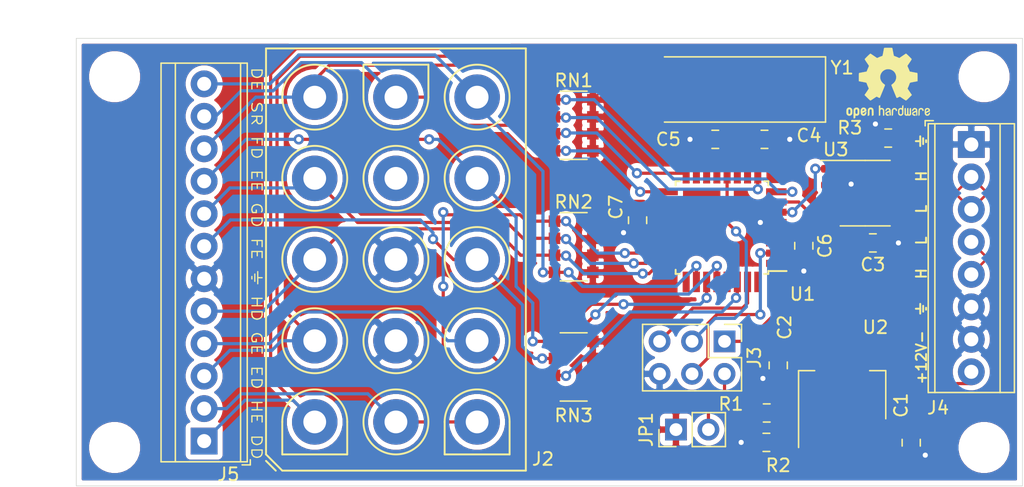
<source format=kicad_pcb>
(kicad_pcb (version 20171130) (host pcbnew 5.1.7+dfsg1-1)
  (title_block (title "Matemat Switch Feedback Interface") (date 2020-09-05) (rev 2) (company "CCC Basel"))
  (layers (0 F.Cu signal) (31 B.Cu signal) (34 B.Paste user) (35 F.Paste user) (36 B.SilkS user) (37 F.SilkS user) (38 B.Mask user) (39 F.Mask user) (44 Edge.Cuts user))
  (net 0 "")
  (net 1 GND)
  (net 2 +12V)
  (net 3 +5V)
  (net 4 "Net-(C4-Pad2)")
  (net 5 "Net-(C5-Pad2)")
  (net 6 /RESET)
  (net 7 "Net-(J3-Pad2)")
  (net 8 /CAN_P)
  (net 9 "Net-(R1-Pad2)")
  (net 10 "Net-(R3-Pad1)")
  (net 11 /D_EMPTY)
  (net 12 /SW_RESET)
  (net 13 /F_END)
  (net 14 /E_EMPTY)
  (net 15 /G_END)
  (net 16 /F_EMPTY)
  (net 17 /H_END)
  (net 18 /G_EMPTY)
  (net 19 /E_END)
  (net 20 /H_EMPTY)
  (net 21 /D_END)
  (net 22 /MOSI)
  (net 23 /SCK)
  (net 24 /MISO)
  (net 25 /RXCAN)
  (net 26 /TXCAN)
  (net 27 /CAN_N)
  (module TerminalBlock_TE-Connectivity:TerminalBlock_TE_282834-8_1x08_P2.54mm_Horizontal (layer F.Cu) (at 171 78.3 270)
    (fp_text reference J4 (at 20.6 2.6 180) (layer F.SilkS))
    (fp_text value Conn_01x08)
    (pad 1 thru_hole rect (at 0 0 270) (size 2.1 2.1) (drill 1.1) (layers *.Cu *.Mask) (net 1 GND))
    (pad 2 thru_hole circle (at 2.54 0 270) (size 2.1 2.1) (drill 1.1) (layers *.Cu *.Mask) (net 8 /CAN_P))
    (pad 3 thru_hole circle (at 5.08 0 270) (size 2.1 2.1) (drill 1.1) (layers *.Cu *.Mask) (net 27 /CAN_N))
    (pad 4 thru_hole circle (at 7.62 0 270) (size 2.1 2.1) (drill 1.1) (layers *.Cu *.Mask) (net 27 /CAN_N))
    (pad 5 thru_hole circle (at 10.16 0 270) (size 2.1 2.1) (drill 1.1) (layers *.Cu *.Mask) (net 8 /CAN_P))
    (pad 6 thru_hole circle (at 12.7 0 270) (size 2.1 2.1) (drill 1.1) (layers *.Cu *.Mask) (net 1 GND))
    (pad 7 thru_hole circle (at 15.24 0 270) (size 2.1 2.1) (drill 1.1) (layers *.Cu *.Mask) (net 1 GND))
    (pad 8 thru_hole circle (at 17.78 0 270) (size 2.1 2.1) (drill 1.1) (layers *.Cu *.Mask) (net 2 +12V))
  )
  (module onitake:Molex_MLX-42002_10-84-4150_3x5-Pin_P6.35mm_Vertical (layer F.Cu) (at 126 100)
    (fp_text reference J2 (at 11.5 2.9) (layer F.SilkS))
    (fp_text value C)
    (pad 15 thru_hole circle (at 6.35 -25.4) (size 3.56 3.56) (drill 1.78) (layers *.Cu *.Mask) (net 11 /D_EMPTY))
    (pad 14 thru_hole circle (at 0 -25.4) (size 3.56 3.56) (drill 1.78) (layers *.Cu *.Mask) (net 12 /SW_RESET))
    (pad 13 thru_hole circle (at -6.35 -25.4) (size 3.56 3.56) (drill 1.78) (layers *.Cu *.Mask) (net 13 /F_END))
    (pad 12 thru_hole circle (at 6.35 -19.05) (size 3.56 3.56) (drill 1.78) (layers *.Cu *.Mask) (net 14 /E_EMPTY))
    (pad 11 thru_hole circle (at 0 -19.05) (size 3.56 3.56) (drill 1.78) (layers *.Cu *.Mask))
    (pad 10 thru_hole circle (at -6.35 -19.05) (size 3.56 3.56) (drill 1.78) (layers *.Cu *.Mask) (net 15 /G_END))
    (pad 9 thru_hole circle (at 6.35 -12.7) (size 3.56 3.56) (drill 1.78) (layers *.Cu *.Mask) (net 16 /F_EMPTY))
    (pad 8 thru_hole circle (at 0 -12.7) (size 3.56 3.56) (drill 1.78) (layers *.Cu *.Mask) (net 1 GND))
    (pad 7 thru_hole circle (at -6.35 -12.7) (size 3.56 3.56) (drill 1.78) (layers *.Cu *.Mask) (net 17 /H_END))
    (pad 6 thru_hole circle (at 6.35 -6.35) (size 3.56 3.56) (drill 1.78) (layers *.Cu *.Mask) (net 18 /G_EMPTY))
    (pad 5 thru_hole circle (at 0 -6.35) (size 3.56 3.56) (drill 1.78) (layers *.Cu *.Mask) (net 1 GND))
    (pad 4 thru_hole circle (at -6.35 -6.35) (size 3.56 3.56) (drill 1.78) (layers *.Cu *.Mask) (net 19 /E_END))
    (pad 3 thru_hole circle (at 6.35 0) (size 3.56 3.56) (drill 1.78) (layers *.Cu *.Mask) (net 20 /H_EMPTY))
    (pad 2 thru_hole circle (at 0 0) (size 3.56 3.56) (drill 1.78) (layers *.Cu *.Mask) (net 20 /H_EMPTY))
    (pad 1 thru_hole circle (at -6.35 0) (size 3.56 3.56) (drill 1.78) (layers *.Cu *.Mask) (net 21 /D_END))
  )
  (module Symbol:OSHW-Logo2_7.3x6mm_SilkScreen (layer F.Cu) (at 164.5 73.5)
    (fp_text reference OHW1 hide)
    (fp_text value Logo_Open_Hardware_Small hide)
  )
  (module TerminalBlock_TE-Connectivity:TerminalBlock_TE_1-282834-2_1x12_P2.54mm_Horizontal (layer F.Cu) (at 111 101.5 90)
    (fp_text reference J5 (at -2.6 1.9 180) (layer F.SilkS))
    (fp_text value USW)
    (pad 12 thru_hole circle (at 27.94 0 90) (size 2.1 2.1) (drill 1.1) (layers *.Cu *.Mask) (net 11 /D_EMPTY))
    (pad 11 thru_hole circle (at 25.4 0 90) (size 2.1 2.1) (drill 1.1) (layers *.Cu *.Mask) (net 12 /SW_RESET))
    (pad 10 thru_hole circle (at 22.86 0 90) (size 2.1 2.1) (drill 1.1) (layers *.Cu *.Mask) (net 13 /F_END))
    (pad 9 thru_hole circle (at 20.32 0 90) (size 2.1 2.1) (drill 1.1) (layers *.Cu *.Mask) (net 14 /E_EMPTY))
    (pad 8 thru_hole circle (at 17.78 0 90) (size 2.1 2.1) (drill 1.1) (layers *.Cu *.Mask) (net 15 /G_END))
    (pad 7 thru_hole circle (at 15.24 0 90) (size 2.1 2.1) (drill 1.1) (layers *.Cu *.Mask) (net 16 /F_EMPTY))
    (pad 6 thru_hole circle (at 12.7 0 90) (size 2.1 2.1) (drill 1.1) (layers *.Cu *.Mask) (net 1 GND))
    (pad 5 thru_hole circle (at 10.16 0 90) (size 2.1 2.1) (drill 1.1) (layers *.Cu *.Mask) (net 17 /H_END))
    (pad 4 thru_hole circle (at 7.62 0 90) (size 2.1 2.1) (drill 1.1) (layers *.Cu *.Mask) (net 18 /G_EMPTY))
    (pad 3 thru_hole circle (at 5.08 0 90) (size 2.1 2.1) (drill 1.1) (layers *.Cu *.Mask) (net 19 /E_END))
    (pad 2 thru_hole circle (at 2.54 0 90) (size 2.1 2.1) (drill 1.1) (layers *.Cu *.Mask) (net 20 /H_EMPTY))
    (pad 1 thru_hole rect (at 0 0 90) (size 2.1 2.1) (drill 1.1) (layers *.Cu *.Mask) (net 21 /D_END))
  )
  (module Package_SO:SOIC-8_3.9x4.9mm_P1.27mm (layer F.Cu) (at 162.7 82.11)
    (fp_text reference U3 (at -2.3 -3.41) (layer F.SilkS))
    (fp_text value MCP2551-I-SN)
    (pad 8 smd roundrect (at 2.475 -1.905) (size 1.95 0.6) (layers F.Cu F.Paste F.Mask) (net 10 "Net-(R3-Pad1)"))
    (pad 7 smd roundrect (at 2.475 -0.635) (size 1.95 0.6) (layers F.Cu F.Paste F.Mask) (net 8 /CAN_P))
    (pad 6 smd roundrect (at 2.475 0.635) (size 1.95 0.6) (layers F.Cu F.Paste F.Mask) (net 27 /CAN_N))
    (pad 5 smd roundrect (at 2.475 1.905) (size 1.95 0.6) (layers F.Cu F.Paste F.Mask))
    (pad 4 smd roundrect (at -2.475 1.905) (size 1.95 0.6) (layers F.Cu F.Paste F.Mask) (net 25 /RXCAN))
    (pad 3 smd roundrect (at -2.475 0.635) (size 1.95 0.6) (layers F.Cu F.Paste F.Mask) (net 3 +5V))
    (pad 2 smd roundrect (at -2.475 -0.635) (size 1.95 0.6) (layers F.Cu F.Paste F.Mask) (net 1 GND))
    (pad 1 smd roundrect (at -2.475 -1.905) (size 1.95 0.6) (layers F.Cu F.Paste F.Mask) (net 26 /TXCAN))
  )
  (module MountingHole:MountingHole_3.2mm_M3_ISO7380 (layer F.Cu) (at 172 102)
    (fp_text reference H4 hide)
    (fp_text value SE)
    (pad 1 np_thru_hole circle (at 0 0) (size 3.2 3.2) (drill 3.2) (layers *.Cu *.Mask))
  )
  (module MountingHole:MountingHole_3.2mm_M3_ISO7380 (layer F.Cu) (at 172 73)
    (fp_text reference H3 hide)
    (fp_text value NE)
    (pad 1 np_thru_hole circle (at 0 0) (size 3.2 3.2) (drill 3.2) (layers *.Cu *.Mask))
  )
  (module MountingHole:MountingHole_3.2mm_M3_ISO7380 (layer F.Cu) (at 104 102)
    (fp_text reference H2 hide)
    (fp_text value SW)
    (pad 1 np_thru_hole circle (at 0 0) (size 3.2 3.2) (drill 3.2) (layers *.Cu *.Mask))
  )
  (module MountingHole:MountingHole_3.2mm_M3_ISO7380 (layer F.Cu) (at 104 73)
    (fp_text reference H1 hide)
    (fp_text value NW)
    (pad 1 np_thru_hole circle (at 0 0) (size 3.2 3.2) (drill 3.2) (layers *.Cu *.Mask))
  )
  (module Resistor_SMD:R_Array_Convex_4x1206 (layer F.Cu) (at 139.9 95.7)
    (fp_text reference RN3 (at 0 3.8) (layer F.SilkS))
    (fp_text value 1k)
    (pad 6 smd rect (at 1.5 0.66) (size 0.9 0.9) (layers F.Cu F.Paste F.Mask) (net 3 +5V))
    (pad 5 smd rect (at 1.5 2) (size 0.9 0.9) (layers F.Cu F.Paste F.Mask) (net 3 +5V))
    (pad 8 smd rect (at 1.5 -2) (size 0.9 0.9) (layers F.Cu F.Paste F.Mask) (net 3 +5V))
    (pad 7 smd rect (at 1.5 -0.66) (size 0.9 0.9) (layers F.Cu F.Paste F.Mask) (net 3 +5V))
    (pad 3 smd rect (at -1.5 0.66) (size 0.9 0.9) (layers F.Cu F.Paste F.Mask) (net 18 /G_EMPTY))
    (pad 2 smd rect (at -1.5 -0.66) (size 0.9 0.9) (layers F.Cu F.Paste F.Mask) (net 16 /F_EMPTY))
    (pad 4 smd rect (at -1.5 2) (size 0.9 0.9) (layers F.Cu F.Paste F.Mask))
    (pad 1 smd rect (at -1.5 -2) (size 0.9 0.9) (layers F.Cu F.Paste F.Mask) (net 14 /E_EMPTY))
  )
  (module Resistor_SMD:R_Array_Convex_4x1206 (layer F.Cu) (at 139.9 86.3)
    (fp_text reference RN2 (at 0 -3.5) (layer F.SilkS))
    (fp_text value 1k)
    (pad 6 smd rect (at 1.5 0.66) (size 0.9 0.9) (layers F.Cu F.Paste F.Mask) (net 3 +5V))
    (pad 5 smd rect (at 1.5 2) (size 0.9 0.9) (layers F.Cu F.Paste F.Mask) (net 3 +5V))
    (pad 8 smd rect (at 1.5 -2) (size 0.9 0.9) (layers F.Cu F.Paste F.Mask) (net 3 +5V))
    (pad 7 smd rect (at 1.5 -0.66) (size 0.9 0.9) (layers F.Cu F.Paste F.Mask) (net 3 +5V))
    (pad 3 smd rect (at -1.5 0.66) (size 0.9 0.9) (layers F.Cu F.Paste F.Mask) (net 17 /H_END))
    (pad 2 smd rect (at -1.5 -0.66) (size 0.9 0.9) (layers F.Cu F.Paste F.Mask) (net 15 /G_END))
    (pad 4 smd rect (at -1.5 2) (size 0.9 0.9) (layers F.Cu F.Paste F.Mask) (net 11 /D_EMPTY))
    (pad 1 smd rect (at -1.5 -2) (size 0.9 0.9) (layers F.Cu F.Paste F.Mask) (net 20 /H_EMPTY))
  )
  (module Resistor_SMD:R_Array_Convex_4x1206 (layer F.Cu) (at 139.9 76.8)
    (fp_text reference RN1 (at 0 -3.5) (layer F.SilkS))
    (fp_text value 1k)
    (pad 6 smd rect (at 1.5 0.66) (size 0.9 0.9) (layers F.Cu F.Paste F.Mask) (net 3 +5V))
    (pad 5 smd rect (at 1.5 2) (size 0.9 0.9) (layers F.Cu F.Paste F.Mask) (net 3 +5V))
    (pad 8 smd rect (at 1.5 -2) (size 0.9 0.9) (layers F.Cu F.Paste F.Mask) (net 3 +5V))
    (pad 7 smd rect (at 1.5 -0.66) (size 0.9 0.9) (layers F.Cu F.Paste F.Mask) (net 3 +5V))
    (pad 3 smd rect (at -1.5 0.66) (size 0.9 0.9) (layers F.Cu F.Paste F.Mask) (net 13 /F_END))
    (pad 2 smd rect (at -1.5 -0.66) (size 0.9 0.9) (layers F.Cu F.Paste F.Mask) (net 19 /E_END))
    (pad 4 smd rect (at -1.5 2) (size 0.9 0.9) (layers F.Cu F.Paste F.Mask) (net 12 /SW_RESET))
    (pad 1 smd rect (at -1.5 -2) (size 0.9 0.9) (layers F.Cu F.Paste F.Mask) (net 21 /D_END))
  )
  (module Crystal:Crystal_SMD_HC49-SD (layer F.Cu) (at 152.9 74 180)
    (fp_text reference Y1 (at -8 1.7) (layer F.SilkS))
    (fp_text value 16MHz)
    (pad 2 smd rect (at 4.25 0 180) (size 4.5 2) (layers F.Cu F.Paste F.Mask) (net 5 "Net-(C5-Pad2)"))
    (pad 1 smd rect (at -4.25 0 180) (size 4.5 2) (layers F.Cu F.Paste F.Mask) (net 4 "Net-(C4-Pad2)"))
  )
  (module Package_TO_SOT_SMD:SOT-223-3_TabPin2 (layer F.Cu) (at 160.9 97.9 90)
    (fp_text reference U2 (at 5.3 2.6 180) (layer F.SilkS))
    (fp_text value LM317_SOT-223)
    (pad 1 smd rect (at -3.15 -2.3 90) (size 2 1.5) (layers F.Cu F.Paste F.Mask) (net 9 "Net-(R1-Pad2)"))
    (pad 3 smd rect (at -3.15 2.3 90) (size 2 1.5) (layers F.Cu F.Paste F.Mask) (net 2 +12V))
    (pad 2 smd rect (at -3.15 0 90) (size 2 1.5) (layers F.Cu F.Paste F.Mask) (net 3 +5V))
    (pad 2 smd rect (at 3.15 0 90) (size 2 3.8) (layers F.Cu F.Paste F.Mask) (net 3 +5V))
  )
  (module Package_QFP:TQFP-32_7x7mm_P0.8mm (layer F.Cu) (at 151.5 84.8 180)
    (fp_text reference U1 (at -6.3 -5.2) (layer F.SilkS))
    (fp_text value ATmega32M1-AU)
    (pad 32 smd rect (at -2.8 -4.25 270) (size 1.6 0.55) (layers F.Cu F.Paste F.Mask))
    (pad 31 smd rect (at -2 -4.25 270) (size 1.6 0.55) (layers F.Cu F.Paste F.Mask) (net 6 /RESET))
    (pad 30 smd rect (at -1.2 -4.25 270) (size 1.6 0.55) (layers F.Cu F.Paste F.Mask) (net 18 /G_EMPTY))
    (pad 29 smd rect (at -0.4 -4.25 270) (size 1.6 0.55) (layers F.Cu F.Paste F.Mask))
    (pad 28 smd rect (at 0.4 -4.25 270) (size 1.6 0.55) (layers F.Cu F.Paste F.Mask) (net 16 /F_EMPTY))
    (pad 27 smd rect (at 1.2 -4.25 270) (size 1.6 0.55) (layers F.Cu F.Paste F.Mask) (net 14 /E_EMPTY))
    (pad 26 smd rect (at 2 -4.25 270) (size 1.6 0.55) (layers F.Cu F.Paste F.Mask) (net 11 /D_EMPTY))
    (pad 25 smd rect (at 2.8 -4.25 270) (size 1.6 0.55) (layers F.Cu F.Paste F.Mask))
    (pad 24 smd rect (at 4.25 -2.8 180) (size 1.6 0.55) (layers F.Cu F.Paste F.Mask) (net 17 /H_END))
    (pad 23 smd rect (at 4.25 -2 180) (size 1.6 0.55) (layers F.Cu F.Paste F.Mask) (net 15 /G_END))
    (pad 22 smd rect (at 4.25 -1.2 180) (size 1.6 0.55) (layers F.Cu F.Paste F.Mask) (net 20 /H_EMPTY))
    (pad 21 smd rect (at 4.25 -0.4 180) (size 1.6 0.55) (layers F.Cu F.Paste F.Mask))
    (pad 20 smd rect (at 4.25 0.4 180) (size 1.6 0.55) (layers F.Cu F.Paste F.Mask) (net 1 GND))
    (pad 19 smd rect (at 4.25 1.2 180) (size 1.6 0.55) (layers F.Cu F.Paste F.Mask) (net 3 +5V))
    (pad 18 smd rect (at 4.25 2 180) (size 1.6 0.55) (layers F.Cu F.Paste F.Mask))
    (pad 17 smd rect (at 4.25 2.8 180) (size 1.6 0.55) (layers F.Cu F.Paste F.Mask) (net 12 /SW_RESET))
    (pad 16 smd rect (at 2.8 4.25 270) (size 1.6 0.55) (layers F.Cu F.Paste F.Mask) (net 13 /F_END))
    (pad 15 smd rect (at 2 4.25 270) (size 1.6 0.55) (layers F.Cu F.Paste F.Mask))
    (pad 14 smd rect (at 1.2 4.25 270) (size 1.6 0.55) (layers F.Cu F.Paste F.Mask))
    (pad 13 smd rect (at 0.4 4.25 270) (size 1.6 0.55) (layers F.Cu F.Paste F.Mask))
    (pad 12 smd rect (at -0.4 4.25 270) (size 1.6 0.55) (layers F.Cu F.Paste F.Mask) (net 23 /SCK))
    (pad 11 smd rect (at -1.2 4.25 270) (size 1.6 0.55) (layers F.Cu F.Paste F.Mask) (net 5 "Net-(C5-Pad2)"))
    (pad 10 smd rect (at -2 4.25 270) (size 1.6 0.55) (layers F.Cu F.Paste F.Mask) (net 4 "Net-(C4-Pad2)"))
    (pad 9 smd rect (at -2.8 4.25 270) (size 1.6 0.55) (layers F.Cu F.Paste F.Mask) (net 19 /E_END))
    (pad 8 smd rect (at -4.25 2.8 180) (size 1.6 0.55) (layers F.Cu F.Paste F.Mask) (net 21 /D_END))
    (pad 7 smd rect (at -4.25 2 180) (size 1.6 0.55) (layers F.Cu F.Paste F.Mask) (net 25 /RXCAN))
    (pad 6 smd rect (at -4.25 1.2 180) (size 1.6 0.55) (layers F.Cu F.Paste F.Mask) (net 26 /TXCAN))
    (pad 5 smd rect (at -4.25 0.4 180) (size 1.6 0.55) (layers F.Cu F.Paste F.Mask) (net 1 GND))
    (pad 4 smd rect (at -4.25 -0.4 180) (size 1.6 0.55) (layers F.Cu F.Paste F.Mask) (net 3 +5V))
    (pad 3 smd rect (at -4.25 -1.2 180) (size 1.6 0.55) (layers F.Cu F.Paste F.Mask))
    (pad 2 smd rect (at -4.25 -2 180) (size 1.6 0.55) (layers F.Cu F.Paste F.Mask) (net 22 /MOSI))
    (pad 1 smd rect (at -4.25 -2.8 180) (size 1.6 0.55) (layers F.Cu F.Paste F.Mask) (net 24 /MISO))
  )
  (module Resistor_SMD:R_0805_2012Metric_Pad1.15x1.40mm_HandSolder (layer F.Cu) (at 164.5 77.8 180)
    (fp_text reference R3 (at 3 0.8) (layer F.SilkS))
    (fp_text value 0)
    (pad 2 smd roundrect (at 1.025 0 180) (size 1.15 1.4) (layers F.Cu F.Paste F.Mask) (roundrect_rratio 0.2173904347826087) (net 1 GND))
    (pad 1 smd roundrect (at -1.025 0 180) (size 1.15 1.4) (layers F.Cu F.Paste F.Mask) (roundrect_rratio 0.2173904347826087) (net 10 "Net-(R3-Pad1)"))
  )
  (module Resistor_SMD:R_0805_2012Metric_Pad1.15x1.40mm_HandSolder (layer F.Cu) (at 154.975 101.6 180)
    (fp_text reference R2 (at -0.925 -1.8) (layer F.SilkS))
    (fp_text value 3k3/1%)
    (pad 2 smd roundrect (at 1.025 0 180) (size 1.15 1.4) (layers F.Cu F.Paste F.Mask) (roundrect_rratio 0.2173904347826087) (net 1 GND))
    (pad 1 smd roundrect (at -1.025 0 180) (size 1.15 1.4) (layers F.Cu F.Paste F.Mask) (roundrect_rratio 0.2173904347826087) (net 9 "Net-(R1-Pad2)"))
  )
  (module Resistor_SMD:R_0805_2012Metric_Pad1.15x1.40mm_HandSolder (layer F.Cu) (at 155 99.3)
    (fp_text reference R1 (at -2.8 -0.7) (layer F.SilkS))
    (fp_text value 1k2/1%)
    (pad 2 smd roundrect (at 1.025 0) (size 1.15 1.4) (layers F.Cu F.Paste F.Mask) (roundrect_rratio 0.2173904347826087) (net 9 "Net-(R1-Pad2)"))
    (pad 1 smd roundrect (at -1.025 0) (size 1.15 1.4) (layers F.Cu F.Paste F.Mask) (roundrect_rratio 0.2173904347826087) (net 3 +5V))
  )
  (module Connector_PinHeader_2.54mm:PinHeader_1x02_P2.54mm_Vertical (layer F.Cu) (at 147.9 100.6 90)
    (fp_text reference JP1 (at 0 -2.33 90) (layer F.SilkS))
    (fp_text value Jumper)
    (pad 2 thru_hole oval (at 0 2.54 90) (size 1.7 1.7) (drill 1) (layers *.Cu *.Mask) (net 7 "Net-(J3-Pad2)"))
    (pad 1 thru_hole rect (at 0 0 90) (size 1.7 1.7) (drill 1) (layers *.Cu *.Mask) (net 3 +5V))
  )
  (module Connector_PinHeader_2.54mm:PinHeader_2x03_P2.54mm_Vertical (layer F.Cu) (at 151.7 93.7 270)
    (fp_text reference J3 (at 1.27 -2.33 90) (layer F.SilkS))
    (fp_text value AVR-ISP-6)
    (pad 6 thru_hole oval (at 2.54 5.08 270) (size 1.7 1.7) (drill 1) (layers *.Cu *.Mask) (net 1 GND))
    (pad 5 thru_hole oval (at 0 5.08 270) (size 1.7 1.7) (drill 1) (layers *.Cu *.Mask) (net 6 /RESET))
    (pad 4 thru_hole oval (at 2.54 2.54 270) (size 1.7 1.7) (drill 1) (layers *.Cu *.Mask) (net 22 /MOSI))
    (pad 3 thru_hole oval (at 0 2.54 270) (size 1.7 1.7) (drill 1) (layers *.Cu *.Mask) (net 23 /SCK))
    (pad 2 thru_hole oval (at 2.54 0 270) (size 1.7 1.7) (drill 1) (layers *.Cu *.Mask) (net 7 "Net-(J3-Pad2)"))
    (pad 1 thru_hole rect (at 0 0 270) (size 1.7 1.7) (drill 1) (layers *.Cu *.Mask) (net 24 /MISO))
  )
  (module Capacitor_SMD:C_0805_2012Metric_Pad1.15x1.40mm_HandSolder (layer F.Cu) (at 144.9 84.225 270)
    (fp_text reference C7 (at -1.025 1.7 90) (layer F.SilkS))
    (fp_text value 100n)
    (pad 2 smd roundrect (at 1.025 0 270) (size 1.15 1.4) (layers F.Cu F.Paste F.Mask) (roundrect_rratio 0.2173904347826087) (net 1 GND))
    (pad 1 smd roundrect (at -1.025 0 270) (size 1.15 1.4) (layers F.Cu F.Paste F.Mask) (roundrect_rratio 0.2173904347826087) (net 3 +5V))
  )
  (module Capacitor_SMD:C_0805_2012Metric_Pad1.15x1.40mm_HandSolder (layer F.Cu) (at 157.9 86.225 270)
    (fp_text reference C6 (at 0 -1.65 90) (layer F.SilkS))
    (fp_text value 100n)
    (pad 2 smd roundrect (at 1.025 0 270) (size 1.15 1.4) (layers F.Cu F.Paste F.Mask) (roundrect_rratio 0.2173904347826087) (net 1 GND))
    (pad 1 smd roundrect (at -1.025 0 270) (size 1.15 1.4) (layers F.Cu F.Paste F.Mask) (roundrect_rratio 0.2173904347826087) (net 3 +5V))
  )
  (module Capacitor_SMD:C_0805_2012Metric_Pad1.15x1.40mm_HandSolder (layer F.Cu) (at 150.975 77.9)
    (fp_text reference C5 (at -3.675 0) (layer F.SilkS))
    (fp_text value 22p)
    (pad 2 smd roundrect (at 1.025 0) (size 1.15 1.4) (layers F.Cu F.Paste F.Mask) (roundrect_rratio 0.2173904347826087) (net 5 "Net-(C5-Pad2)"))
    (pad 1 smd roundrect (at -1.025 0) (size 1.15 1.4) (layers F.Cu F.Paste F.Mask) (roundrect_rratio 0.2173904347826087) (net 1 GND))
  )
  (module Capacitor_SMD:C_0805_2012Metric_Pad1.15x1.40mm_HandSolder (layer F.Cu) (at 154.825 77.9 180)
    (fp_text reference C4 (at -3.475 0.3) (layer F.SilkS))
    (fp_text value 22p)
    (pad 2 smd roundrect (at 1.025 0 180) (size 1.15 1.4) (layers F.Cu F.Paste F.Mask) (roundrect_rratio 0.2173904347826087) (net 4 "Net-(C4-Pad2)"))
    (pad 1 smd roundrect (at -1.025 0 180) (size 1.15 1.4) (layers F.Cu F.Paste F.Mask) (roundrect_rratio 0.2173904347826087) (net 1 GND))
  )
  (module Capacitor_SMD:C_0805_2012Metric_Pad1.15x1.40mm_HandSolder (layer F.Cu) (at 163.3 86)
    (fp_text reference C3 (at 0 1.7) (layer F.SilkS))
    (fp_text value 100n)
    (pad 2 smd roundrect (at 1.025 0) (size 1.15 1.4) (layers F.Cu F.Paste F.Mask) (roundrect_rratio 0.2173904347826087) (net 1 GND))
    (pad 1 smd roundrect (at -1.025 0) (size 1.15 1.4) (layers F.Cu F.Paste F.Mask) (roundrect_rratio 0.2173904347826087) (net 3 +5V))
  )
  (module Capacitor_SMD:C_0805_2012Metric_Pad1.15x1.40mm_HandSolder (layer F.Cu) (at 155.9 95.575 270)
    (fp_text reference C2 (at -2.975 -0.5 90) (layer F.SilkS))
    (fp_text value 1u)
    (pad 2 smd roundrect (at 1.025 0 270) (size 1.15 1.4) (layers F.Cu F.Paste F.Mask) (roundrect_rratio 0.2173904347826087) (net 1 GND))
    (pad 1 smd roundrect (at -1.025 0 270) (size 1.15 1.4) (layers F.Cu F.Paste F.Mask) (roundrect_rratio 0.2173904347826087) (net 3 +5V))
  )
  (module Capacitor_SMD:C_0805_2012Metric_Pad1.15x1.40mm_HandSolder (layer F.Cu) (at 166.3 101.625 270)
    (fp_text reference C1 (at -2.925 0.8 90) (layer F.SilkS))
    (fp_text value 100n)
    (pad 2 smd roundrect (at 1.025 0 270) (size 1.15 1.4) (layers F.Cu F.Paste F.Mask) (roundrect_rratio 0.2173904347826087) (net 1 GND))
    (pad 1 smd roundrect (at -1.025 0 270) (size 1.15 1.4) (layers F.Cu F.Paste F.Mask) (roundrect_rratio 0.2173904347826087) (net 2 +12V))
  )
  (gr_text "DE SR FD EE GD FE ⏚ HD GE ED HE DD" (at 115.1 87.6 270) (layer F.SilkS) (effects (font (size 0.8 1) (thickness 0.1))))
  (gr_text "+12V-  ⏚   H   L   L   H   ⏚" (at 167.1 87.3 90) (layer F.SilkS) (effects (font (size 0.8 0.8))))
  (gr_line (start 175 70) (end 101 70) (layer Edge.Cuts) (width 0.05))
  (gr_line (start 175 105) (end 175 70) (layer Edge.Cuts) (width 0.05))
  (gr_line (start 101 105) (end 175 105) (layer Edge.Cuts) (width 0.05))
  (gr_line (start 101 70) (end 101 105) (layer Edge.Cuts) (width 0.05))
  (via (at 161.6 81.4) (size 0.8) (drill 0.4) (layers F.Cu B.Cu) (net 1))
  (segment (start 161.535 81.465) (end 161.6 81.4) (width 0.25) (layer F.Cu) (net 1))
  (segment (start 160.225 81.465) (end 161.535 81.465) (width 0.25) (layer F.Cu) (net 1))
  (via (at 165.3 86) (size 0.8) (drill 0.4) (layers F.Cu B.Cu) (net 1))
  (segment (start 164.325 86) (end 165.3 86) (width 0.25) (layer F.Cu) (net 1))
  (via (at 157.9 88.2) (size 0.8) (drill 0.4) (layers F.Cu B.Cu) (net 1))
  (segment (start 157.9 87.25) (end 157.9 88.2) (width 0.25) (layer F.Cu) (net 1))
  (via (at 154.5 84.4) (size 0.8) (drill 0.4) (layers F.Cu B.Cu) (net 1))
  (segment (start 155.75 84.4) (end 154.5 84.4) (width 0.25) (layer F.Cu) (net 1))
  (via (at 163.5 76.7) (size 0.8) (drill 0.4) (layers F.Cu B.Cu) (net 1))
  (segment (start 163.475 76.725) (end 163.5 76.7) (width 0.25) (layer F.Cu) (net 1))
  (segment (start 163.475 77.8) (end 163.475 76.725) (width 0.25) (layer F.Cu) (net 1))
  (via (at 156.8 77.9) (size 0.8) (drill 0.4) (layers F.Cu B.Cu) (net 1))
  (segment (start 155.85 77.9) (end 156.8 77.9) (width 0.25) (layer F.Cu) (net 1))
  (via (at 149 77.9) (size 0.8) (drill 0.4) (layers F.Cu B.Cu) (net 1))
  (segment (start 149.95 77.9) (end 149 77.9) (width 0.25) (layer F.Cu) (net 1))
  (via (at 153 101.6) (size 0.8) (drill 0.4) (layers F.Cu B.Cu) (net 1))
  (segment (start 153.95 101.6) (end 153 101.6) (width 0.25) (layer F.Cu) (net 1))
  (via (at 154.7 96.6) (size 0.8) (drill 0.4) (layers F.Cu B.Cu) (net 1))
  (segment (start 155.9 96.6) (end 154.7 96.6) (width 0.25) (layer F.Cu) (net 1))
  (via (at 143.8 85.2) (size 0.8) (drill 0.4) (layers F.Cu B.Cu) (net 1))
  (segment (start 143.85 85.25) (end 143.8 85.2) (width 0.25) (layer F.Cu) (net 1))
  (segment (start 144.9 85.25) (end 143.85 85.25) (width 0.25) (layer F.Cu) (net 1))
  (segment (start 145.75 84.4) (end 144.9 85.25) (width 0.25) (layer F.Cu) (net 1))
  (segment (start 147.25 84.4) (end 145.75 84.4) (width 0.25) (layer F.Cu) (net 1))
  (via (at 167.4 102.6) (size 0.8) (drill 0.4) (layers F.Cu B.Cu) (net 1))
  (segment (start 167.35 102.65) (end 167.4 102.6) (width 0.25) (layer F.Cu) (net 1))
  (segment (start 166.3 102.65) (end 167.35 102.65) (width 0.25) (layer F.Cu) (net 1))
  (segment (start 169.9 97) (end 166.3 100.6) (width 0.25) (layer F.Cu) (net 2))
  (segment (start 171 97) (end 169.9 97) (width 0.25) (layer F.Cu) (net 2))
  (segment (start 163.65 100.6) (end 163.2 101.05) (width 0.25) (layer F.Cu) (net 2))
  (segment (start 166.3 100.6) (end 163.65 100.6) (width 0.25) (layer F.Cu) (net 2))
  (segment (start 155.75 85.2) (end 157.9 85.2) (width 0.25) (layer F.Cu) (net 3))
  (segment (start 145.3 83.6) (end 144.9 83.2) (width 0.25) (layer F.Cu) (net 3))
  (segment (start 147.25 83.6) (end 145.3 83.6) (width 0.25) (layer F.Cu) (net 3))
  (segment (start 155.75 85.2) (end 154.3 85.2) (width 0.25) (layer F.Cu) (net 3))
  (segment (start 154.3 85.2) (end 153.1 86.4) (width 0.25) (layer F.Cu) (net 3))
  (segment (start 153.1 86.4) (end 151.5 86.4) (width 0.25) (layer F.Cu) (net 3))
  (segment (start 148.7 83.6) (end 147.25 83.6) (width 0.25) (layer F.Cu) (net 3))
  (segment (start 151.5 86.4) (end 148.7 83.6) (width 0.25) (layer F.Cu) (net 3))
  (segment (start 153.5 78.2) (end 153.8 77.9) (width 0.25) (layer F.Cu) (net 4))
  (segment (start 153.5 80.55) (end 153.5 78.2) (width 0.25) (layer F.Cu) (net 4))
  (segment (start 153.8 77.35) (end 157.15 74) (width 0.25) (layer F.Cu) (net 4))
  (segment (start 153.8 77.9) (end 153.8 77.35) (width 0.25) (layer F.Cu) (net 4))
  (segment (start 152.7 78.6) (end 152 77.9) (width 0.25) (layer F.Cu) (net 5))
  (segment (start 152.7 80.55) (end 152.7 78.6) (width 0.25) (layer F.Cu) (net 5))
  (segment (start 152 77.35) (end 148.65 74) (width 0.25) (layer F.Cu) (net 5))
  (segment (start 152 77.9) (end 152 77.35) (width 0.25) (layer F.Cu) (net 5))
  (segment (start 153.5 89.05) (end 153.5 90.7) (width 0.25) (layer F.Cu) (net 6))
  (segment (start 153.5 90.7) (end 153.1 91.1) (width 0.25) (layer F.Cu) (net 6))
  (segment (start 149.22 91.1) (end 146.62 93.7) (width 0.25) (layer F.Cu) (net 6))
  (segment (start 153.1 91.1) (end 149.22 91.1) (width 0.25) (layer F.Cu) (net 6))
  (segment (start 150.44 100.6) (end 150.44 99.06) (width 0.25) (layer F.Cu) (net 7))
  (segment (start 151.7 97.8) (end 151.7 96.24) (width 0.25) (layer F.Cu) (net 7))
  (segment (start 150.44 99.06) (end 151.7 97.8) (width 0.25) (layer F.Cu) (net 7))
  (segment (start 169.905 81.935) (end 171 80.84) (width 0.2) (layer F.Cu) (net 8))
  (segment (start 165.805 81.475) (end 166.265 81.935) (width 0.2) (layer F.Cu) (net 8))
  (segment (start 165.175 81.475) (end 165.805 81.475) (width 0.2) (layer F.Cu) (net 8))
  (segment (start 166.265 81.935) (end 169.905 81.935) (width 0.2) (layer F.Cu) (net 8))
  (segment (start 172.095 81.935) (end 172.882488 81.935) (width 0.2) (layer F.Cu) (net 8))
  (segment (start 171 80.84) (end 172.095 81.935) (width 0.2) (layer F.Cu) (net 8))
  (segment (start 172.882488 81.935) (end 173.475 82.527512) (width 0.2) (layer F.Cu) (net 8))
  (segment (start 173.475 82.527512) (end 173.475 86.772488) (width 0.2) (layer F.Cu) (net 8))
  (segment (start 172.095 87.365) (end 171 88.46) (width 0.2) (layer F.Cu) (net 8))
  (segment (start 172.882488 87.365) (end 172.095 87.365) (width 0.2) (layer F.Cu) (net 8))
  (segment (start 173.475 86.772488) (end 172.882488 87.365) (width 0.2) (layer F.Cu) (net 8))
  (segment (start 156.025 101.575) (end 156 101.6) (width 0.25) (layer F.Cu) (net 9))
  (segment (start 156.025 99.3) (end 156.025 101.575) (width 0.25) (layer F.Cu) (net 9))
  (segment (start 156.55 101.05) (end 156 101.6) (width 0.25) (layer F.Cu) (net 9))
  (segment (start 158.6 101.05) (end 156.55 101.05) (width 0.25) (layer F.Cu) (net 9))
  (segment (start 165.175 80.195) (end 165.405 80.195) (width 0.25) (layer F.Cu) (net 10))
  (segment (start 165.525 80.075) (end 165.525 77.8) (width 0.25) (layer F.Cu) (net 10))
  (segment (start 165.405 80.195) (end 165.525 80.075) (width 0.25) (layer F.Cu) (net 10))
  (via (at 149.5 87.8) (size 0.8) (drill 0.4) (layers F.Cu B.Cu) (net 11))
  (segment (start 149.5 89.05) (end 149.5 87.8) (width 0.25) (layer F.Cu) (net 11))
  (segment (start 147.9 89.4) (end 142.7 89.4) (width 0.25) (layer B.Cu) (net 11))
  (segment (start 149.5 87.8) (end 147.9 89.4) (width 0.25) (layer B.Cu) (net 11))
  (via (at 139.5 88.3) (size 0.8) (drill 0.4) (layers F.Cu B.Cu) (net 11))
  (segment (start 138.4 88.3) (end 139.5 88.3) (width 0.25) (layer F.Cu) (net 11))
  (segment (start 140.6 89.4) (end 140.8 89.4) (width 0.25) (layer B.Cu) (net 11))
  (segment (start 139.5 88.3) (end 140.6 89.4) (width 0.25) (layer B.Cu) (net 11))
  (segment (start 142.7 89.4) (end 140.8 89.4) (width 0.25) (layer B.Cu) (net 11))
  (segment (start 132.35 75.25) (end 137.5 80.4) (width 0.25) (layer B.Cu) (net 11))
  (segment (start 132.35 74.6) (end 132.35 75.25) (width 0.25) (layer B.Cu) (net 11))
  (via (at 137.5 88.3) (size 0.8) (drill 0.4) (layers F.Cu B.Cu) (net 11))
  (segment (start 138.4 88.3) (end 137.5 88.3) (width 0.25) (layer F.Cu) (net 11))
  (segment (start 137.5 88.3) (end 137.5 80.4) (width 0.25) (layer B.Cu) (net 11))
  (segment (start 129.05 71.3) (end 129.825 72.075) (width 0.25) (layer B.Cu) (net 11))
  (segment (start 129.825 72.075) (end 132.35 74.6) (width 0.25) (layer B.Cu) (net 11))
  (segment (start 116.14 73.56) (end 118.4 71.3) (width 0.25) (layer B.Cu) (net 11))
  (segment (start 111 73.56) (end 116.14 73.56) (width 0.25) (layer B.Cu) (net 11))
  (segment (start 118.4 71.3) (end 129.05 71.3) (width 0.25) (layer B.Cu) (net 11))
  (segment (start 137 78.8) (end 138.4 78.8) (width 0.25) (layer F.Cu) (net 12))
  (segment (start 135 76.8) (end 137 78.8) (width 0.25) (layer F.Cu) (net 12))
  (segment (start 131.1 76.8) (end 135 76.8) (width 0.25) (layer F.Cu) (net 12))
  (segment (start 128.9 74.6) (end 131.1 76.8) (width 0.25) (layer F.Cu) (net 12))
  (segment (start 126 74.6) (end 128.9 74.6) (width 0.25) (layer F.Cu) (net 12))
  (via (at 139.3 78.8) (size 0.8) (drill 0.4) (layers F.Cu B.Cu) (net 12))
  (segment (start 138.4 78.8) (end 139.3 78.8) (width 0.25) (layer F.Cu) (net 12))
  (via (at 145.1 82) (size 0.8) (drill 0.4) (layers F.Cu B.Cu) (net 12))
  (segment (start 141.9 78.8) (end 145.1 82) (width 0.25) (layer B.Cu) (net 12))
  (segment (start 139.3 78.8) (end 141.9 78.8) (width 0.25) (layer B.Cu) (net 12))
  (segment (start 147.25 82) (end 145.1 82) (width 0.25) (layer F.Cu) (net 12))
  (segment (start 123.3 71.9) (end 126 74.6) (width 0.25) (layer B.Cu) (net 12))
  (segment (start 118.6 71.9) (end 123.3 71.9) (width 0.25) (layer B.Cu) (net 12))
  (segment (start 116.4 74.1) (end 118.6 71.9) (width 0.25) (layer B.Cu) (net 12))
  (segment (start 111.9 76.1) (end 113.9 74.1) (width 0.25) (layer B.Cu) (net 12))
  (segment (start 111 76.1) (end 111.9 76.1) (width 0.25) (layer B.Cu) (net 12))
  (segment (start 113.9 74.1) (end 116.4 74.1) (width 0.25) (layer B.Cu) (net 12))
  (segment (start 136.76 77.46) (end 138.4 77.46) (width 0.25) (layer F.Cu) (net 13))
  (segment (start 135.3 76) (end 136.76 77.46) (width 0.25) (layer F.Cu) (net 13))
  (segment (start 135.3 73.9) (end 135.3 76) (width 0.25) (layer F.Cu) (net 13))
  (segment (start 133.5 72.1) (end 135.3 73.9) (width 0.25) (layer F.Cu) (net 13))
  (segment (start 120.8 72.1) (end 133.5 72.1) (width 0.25) (layer F.Cu) (net 13))
  (segment (start 119.65 73.25) (end 120.8 72.1) (width 0.25) (layer F.Cu) (net 13))
  (segment (start 119.65 74.6) (end 119.65 73.25) (width 0.25) (layer F.Cu) (net 13))
  (via (at 139.3 77.4) (size 0.8) (drill 0.4) (layers F.Cu B.Cu) (net 13))
  (segment (start 139.24 77.46) (end 139.3 77.4) (width 0.25) (layer F.Cu) (net 13))
  (segment (start 138.4 77.46) (end 139.24 77.46) (width 0.25) (layer F.Cu) (net 13))
  (via (at 144.85 80.55) (size 0.8) (drill 0.4) (layers F.Cu B.Cu) (net 13))
  (segment (start 141.7 77.4) (end 144.85 80.55) (width 0.25) (layer B.Cu) (net 13))
  (segment (start 139.3 77.4) (end 141.7 77.4) (width 0.25) (layer B.Cu) (net 13))
  (segment (start 144.85 80.55) (end 148.7 80.55) (width 0.25) (layer F.Cu) (net 13))
  (segment (start 115.04 74.6) (end 119.65 74.6) (width 0.25) (layer B.Cu) (net 13))
  (segment (start 111 78.64) (end 115.04 74.6) (width 0.25) (layer B.Cu) (net 13))
  (via (at 136.7 93.7) (size 0.8) (drill 0.4) (layers F.Cu B.Cu) (net 14))
  (segment (start 136.7 93.7) (end 138.4 93.7) (width 0.25) (layer F.Cu) (net 14))
  (via (at 150.3 90.3) (size 0.8) (drill 0.4) (layers F.Cu B.Cu) (net 14))
  (segment (start 150.3 89.05) (end 150.3 90.3) (width 0.25) (layer F.Cu) (net 14))
  (segment (start 150.3 90.3) (end 149.8 90.8) (width 0.25) (layer B.Cu) (net 14))
  (segment (start 141.3 90.8) (end 138.4 93.7) (width 0.25) (layer F.Cu) (net 14))
  (via (at 143.8 90.8) (size 0.8) (drill 0.4) (layers F.Cu B.Cu) (net 14))
  (segment (start 141.3 90.8) (end 143.8 90.8) (width 0.25) (layer F.Cu) (net 14))
  (segment (start 143.8 90.8) (end 149.8 90.8) (width 0.25) (layer B.Cu) (net 14))
  (segment (start 136.7 90.7) (end 136.7 93.7) (width 0.25) (layer B.Cu) (net 14))
  (segment (start 135.4 89.4) (end 136.7 90.7) (width 0.25) (layer B.Cu) (net 14))
  (segment (start 135.4 84) (end 135.4 89.4) (width 0.25) (layer B.Cu) (net 14))
  (segment (start 132.35 80.95) (end 135.4 84) (width 0.25) (layer B.Cu) (net 14))
  (via (at 118.4 77.9) (size 0.8) (drill 0.4) (layers F.Cu B.Cu) (net 14))
  (segment (start 114.28 77.9) (end 118.4 77.9) (width 0.25) (layer B.Cu) (net 14))
  (segment (start 111 81.18) (end 114.28 77.9) (width 0.25) (layer B.Cu) (net 14))
  (via (at 128.6 77.9) (size 0.8) (drill 0.4) (layers F.Cu B.Cu) (net 14))
  (segment (start 118.4 77.9) (end 128.6 77.9) (width 0.25) (layer F.Cu) (net 14))
  (segment (start 129.3 77.9) (end 132.35 80.95) (width 0.25) (layer B.Cu) (net 14))
  (segment (start 128.6 77.9) (end 129.3 77.9) (width 0.25) (layer B.Cu) (net 14))
  (via (at 144.6 87.6) (size 0.8) (drill 0.4) (layers F.Cu B.Cu) (net 15))
  (via (at 139.3 85.7) (size 0.8) (drill 0.4) (layers F.Cu B.Cu) (net 15))
  (segment (start 141.2 87.6) (end 139.3 85.7) (width 0.25) (layer B.Cu) (net 15))
  (segment (start 144.6 87.6) (end 141.2 87.6) (width 0.25) (layer B.Cu) (net 15))
  (segment (start 139.24 85.64) (end 138.4 85.64) (width 0.25) (layer F.Cu) (net 15))
  (segment (start 139.3 85.7) (end 139.24 85.64) (width 0.25) (layer F.Cu) (net 15))
  (segment (start 147.25 86.8) (end 146.4 86.8) (width 0.25) (layer F.Cu) (net 15))
  (segment (start 145.6 87.6) (end 144.6 87.6) (width 0.25) (layer F.Cu) (net 15))
  (segment (start 146.4 86.8) (end 145.6 87.6) (width 0.25) (layer F.Cu) (net 15))
  (segment (start 135.94 85.64) (end 138.4 85.64) (width 0.25) (layer F.Cu) (net 15))
  (segment (start 134.7 84.4) (end 135.94 85.64) (width 0.25) (layer F.Cu) (net 15))
  (segment (start 119.65 81.05) (end 123 84.4) (width 0.25) (layer F.Cu) (net 15))
  (segment (start 119.65 80.95) (end 119.65 81.05) (width 0.25) (layer F.Cu) (net 15))
  (segment (start 123 84.4) (end 134.7 84.4) (width 0.25) (layer F.Cu) (net 15))
  (segment (start 111 83.72) (end 113.02 81.7) (width 0.25) (layer B.Cu) (net 15))
  (segment (start 118.9 81.7) (end 119.65 80.95) (width 0.25) (layer B.Cu) (net 15))
  (segment (start 113.02 81.7) (end 118.9 81.7) (width 0.25) (layer B.Cu) (net 15))
  (via (at 151.1 87.8) (size 0.8) (drill 0.4) (layers F.Cu B.Cu) (net 16))
  (segment (start 151.1 89.05) (end 151.1 87.8) (width 0.25) (layer F.Cu) (net 16))
  (segment (start 151.1 87.8) (end 148.9 90) (width 0.25) (layer B.Cu) (net 16))
  (segment (start 148.9 90) (end 143.2 90) (width 0.25) (layer B.Cu) (net 16))
  (via (at 137.44 95.04) (size 0.8) (drill 0.4) (layers F.Cu B.Cu) (net 16))
  (segment (start 138.4 95.04) (end 137.44 95.04) (width 0.25) (layer F.Cu) (net 16))
  (segment (start 137.44 95.04) (end 136.84 95.04) (width 0.25) (layer B.Cu) (net 16))
  (segment (start 136.84 95.04) (end 135.9 94.1) (width 0.25) (layer B.Cu) (net 16))
  (segment (start 135.9 90.85) (end 132.35 87.3) (width 0.25) (layer B.Cu) (net 16))
  (segment (start 135.9 94.1) (end 135.9 90.85) (width 0.25) (layer B.Cu) (net 16))
  (via (at 141.6 91.6) (size 0.8) (drill 0.4) (layers F.Cu B.Cu) (net 16))
  (segment (start 143.2 90) (end 141.6 91.6) (width 0.25) (layer B.Cu) (net 16))
  (segment (start 141.6 91.6) (end 140 93.2) (width 0.25) (layer F.Cu) (net 16))
  (segment (start 140 93.2) (end 140 94.4) (width 0.25) (layer F.Cu) (net 16))
  (segment (start 139.36 95.04) (end 138.4 95.04) (width 0.25) (layer F.Cu) (net 16))
  (segment (start 140 94.4) (end 139.36 95.04) (width 0.25) (layer F.Cu) (net 16))
  (via (at 128.9 85.7) (size 0.8) (drill 0.4) (layers F.Cu B.Cu) (net 16))
  (segment (start 130.5 87.3) (end 128.9 85.7) (width 0.25) (layer F.Cu) (net 16))
  (segment (start 132.35 87.3) (end 130.5 87.3) (width 0.25) (layer F.Cu) (net 16))
  (segment (start 113.06 84.2) (end 111 86.26) (width 0.25) (layer B.Cu) (net 16))
  (segment (start 127.9 84.2) (end 113.06 84.2) (width 0.25) (layer B.Cu) (net 16))
  (segment (start 128.9 85.2) (end 127.9 84.2) (width 0.25) (layer B.Cu) (net 16))
  (segment (start 128.9 85.7) (end 128.9 85.2) (width 0.25) (layer B.Cu) (net 16))
  (via (at 139.3 87) (size 0.8) (drill 0.4) (layers F.Cu B.Cu) (net 17))
  (segment (start 139.26 86.96) (end 139.3 87) (width 0.25) (layer F.Cu) (net 17))
  (segment (start 138.4 86.96) (end 139.26 86.96) (width 0.25) (layer F.Cu) (net 17))
  (via (at 145.3 88.4) (size 0.8) (drill 0.4) (layers F.Cu B.Cu) (net 17))
  (segment (start 140.7 88.4) (end 145.3 88.4) (width 0.25) (layer B.Cu) (net 17))
  (segment (start 139.3 87) (end 140.7 88.4) (width 0.25) (layer B.Cu) (net 17))
  (segment (start 145.3 88.4) (end 145.8 88.4) (width 0.25) (layer F.Cu) (net 17))
  (segment (start 146.6 87.6) (end 147.25 87.6) (width 0.25) (layer F.Cu) (net 17))
  (segment (start 145.8 88.4) (end 146.6 87.6) (width 0.25) (layer F.Cu) (net 17))
  (segment (start 115.61 91.34) (end 119.65 87.3) (width 0.25) (layer B.Cu) (net 17))
  (segment (start 111 91.34) (end 115.61 91.34) (width 0.25) (layer B.Cu) (net 17))
  (segment (start 135.76 86.96) (end 138.4 86.96) (width 0.25) (layer F.Cu) (net 17))
  (segment (start 133.7 84.9) (end 135.76 86.96) (width 0.25) (layer F.Cu) (net 17))
  (segment (start 119.65 87.3) (end 119.65 87.25) (width 0.25) (layer F.Cu) (net 17))
  (segment (start 119.65 87.25) (end 122 84.9) (width 0.25) (layer F.Cu) (net 17))
  (segment (start 122 84.9) (end 133.7 84.9) (width 0.25) (layer F.Cu) (net 17))
  (via (at 152.6 90.3) (size 0.8) (drill 0.4) (layers F.Cu B.Cu) (net 18))
  (segment (start 152.7 90.2) (end 152.6 90.3) (width 0.25) (layer F.Cu) (net 18))
  (segment (start 152.7 89.05) (end 152.7 90.2) (width 0.25) (layer F.Cu) (net 18))
  (via (at 139.3 96.4) (size 0.8) (drill 0.4) (layers F.Cu B.Cu) (net 18))
  (segment (start 139.26 96.36) (end 139.3 96.4) (width 0.25) (layer F.Cu) (net 18))
  (segment (start 138.4 96.36) (end 139.26 96.36) (width 0.25) (layer F.Cu) (net 18))
  (segment (start 135.06 96.36) (end 138.4 96.36) (width 0.25) (layer F.Cu) (net 18))
  (segment (start 132.35 93.65) (end 135.06 96.36) (width 0.25) (layer F.Cu) (net 18))
  (segment (start 151.5 91.4) (end 144.3 91.4) (width 0.25) (layer B.Cu) (net 18))
  (segment (start 152.6 90.3) (end 151.5 91.4) (width 0.25) (layer B.Cu) (net 18))
  (segment (start 139.3 96.4) (end 144.3 91.4) (width 0.25) (layer B.Cu) (net 18))
  (segment (start 130.05 93.65) (end 132.35 93.65) (width 0.25) (layer B.Cu) (net 18))
  (segment (start 127.8 91.4) (end 118.6 91.4) (width 0.25) (layer B.Cu) (net 18))
  (segment (start 127.8 91.4) (end 130.05 93.65) (width 0.25) (layer B.Cu) (net 18))
  (segment (start 116.12 93.88) (end 111 93.88) (width 0.25) (layer B.Cu) (net 18))
  (segment (start 118.6 91.4) (end 116.12 93.88) (width 0.25) (layer B.Cu) (net 18))
  (via (at 154.3 81.8) (size 0.8) (drill 0.4) (layers F.Cu B.Cu) (net 19))
  (segment (start 154.3 80.55) (end 154.3 81.8) (width 0.25) (layer F.Cu) (net 19))
  (via (at 139.3 76.2) (size 0.8) (drill 0.4) (layers F.Cu B.Cu) (net 19))
  (segment (start 138.46 76.2) (end 138.4 76.14) (width 0.25) (layer F.Cu) (net 19))
  (segment (start 139.3 76.2) (end 138.46 76.2) (width 0.25) (layer F.Cu) (net 19))
  (segment (start 141.7 76.2) (end 147.3 81.8) (width 0.25) (layer B.Cu) (net 19))
  (segment (start 139.3 76.2) (end 141.7 76.2) (width 0.25) (layer B.Cu) (net 19))
  (segment (start 154.3 81.8) (end 147.3 81.8) (width 0.25) (layer B.Cu) (net 19))
  (segment (start 111 96.42) (end 113.02 94.4) (width 0.25) (layer B.Cu) (net 19))
  (segment (start 113.02 94.4) (end 116.3 94.4) (width 0.25) (layer B.Cu) (net 19))
  (segment (start 117.05 93.65) (end 119.65 93.65) (width 0.25) (layer B.Cu) (net 19))
  (segment (start 116.3 94.4) (end 117.05 93.65) (width 0.25) (layer B.Cu) (net 19))
  (segment (start 136.55 75.55) (end 137.14 76.14) (width 0.25) (layer F.Cu) (net 19))
  (segment (start 136.55 73.95) (end 136.55 75.55) (width 0.25) (layer F.Cu) (net 19))
  (segment (start 134 71.4) (end 136.55 73.95) (width 0.25) (layer F.Cu) (net 19))
  (segment (start 118.5 71.4) (end 134 71.4) (width 0.25) (layer F.Cu) (net 19))
  (segment (start 116.7 73.2) (end 118.5 71.4) (width 0.25) (layer F.Cu) (net 19))
  (segment (start 116.7 90.7) (end 116.7 73.2) (width 0.25) (layer F.Cu) (net 19))
  (segment (start 137.14 76.14) (end 138.4 76.14) (width 0.25) (layer F.Cu) (net 19))
  (segment (start 119.65 93.65) (end 116.7 90.7) (width 0.25) (layer F.Cu) (net 19))
  (via (at 143.9 86.8) (size 0.8) (drill 0.4) (layers F.Cu B.Cu) (net 20))
  (via (at 139.3 84.3) (size 0.8) (drill 0.4) (layers F.Cu B.Cu) (net 20))
  (segment (start 141.8 86.8) (end 139.3 84.3) (width 0.25) (layer B.Cu) (net 20))
  (segment (start 143.9 86.8) (end 141.8 86.8) (width 0.25) (layer B.Cu) (net 20))
  (segment (start 139.3 84.3) (end 138.4 84.3) (width 0.25) (layer F.Cu) (net 20))
  (segment (start 147.25 86) (end 146 86) (width 0.25) (layer F.Cu) (net 20))
  (segment (start 145.2 86.8) (end 143.9 86.8) (width 0.25) (layer F.Cu) (net 20))
  (segment (start 146 86) (end 145.2 86.8) (width 0.25) (layer F.Cu) (net 20))
  (segment (start 126 100) (end 129.2 100) (width 0.25) (layer F.Cu) (net 20))
  (segment (start 138.4 84.3) (end 136.2 84.3) (width 0.25) (layer F.Cu) (net 20))
  (segment (start 136.2 84.3) (end 135.7 83.8) (width 0.25) (layer F.Cu) (net 20))
  (via (at 129.7 83.6) (size 0.8) (drill 0.4) (layers F.Cu B.Cu) (net 20))
  (segment (start 129.9 83.8) (end 129.7 83.6) (width 0.25) (layer F.Cu) (net 20))
  (segment (start 135.7 83.8) (end 129.9 83.8) (width 0.25) (layer F.Cu) (net 20))
  (via (at 129.7 89.4) (size 0.8) (drill 0.4) (layers F.Cu B.Cu) (net 20))
  (segment (start 129.7 83.6) (end 129.7 89.4) (width 0.25) (layer B.Cu) (net 20))
  (segment (start 129.7 89.4) (end 129.7 100) (width 0.25) (layer F.Cu) (net 20))
  (segment (start 129.7 100) (end 132.35 100) (width 0.25) (layer F.Cu) (net 20))
  (segment (start 129.2 100) (end 129.7 100) (width 0.25) (layer F.Cu) (net 20))
  (segment (start 126 100) (end 123.8 97.8) (width 0.25) (layer B.Cu) (net 20))
  (segment (start 112.74 98.96) (end 113.9 97.8) (width 0.25) (layer B.Cu) (net 20))
  (segment (start 111 98.96) (end 112.74 98.96) (width 0.25) (layer B.Cu) (net 20))
  (segment (start 123.8 97.8) (end 113.9 97.8) (width 0.25) (layer B.Cu) (net 20))
  (via (at 157 82) (size 0.8) (drill 0.4) (layers F.Cu B.Cu) (net 21))
  (segment (start 155.75 82) (end 157 82) (width 0.25) (layer F.Cu) (net 21))
  (segment (start 157 82) (end 155.9 82) (width 0.25) (layer B.Cu) (net 21))
  (segment (start 155.9 82) (end 154.9 81) (width 0.25) (layer B.Cu) (net 21))
  (via (at 139.3 74.8) (size 0.8) (drill 0.4) (layers F.Cu B.Cu) (net 21))
  (segment (start 139.3 74.8) (end 138.4 74.8) (width 0.25) (layer F.Cu) (net 21))
  (segment (start 141.5 74.8) (end 147.7 81) (width 0.25) (layer B.Cu) (net 21))
  (segment (start 139.3 74.8) (end 141.5 74.8) (width 0.25) (layer B.Cu) (net 21))
  (segment (start 154.9 81) (end 147.7 81) (width 0.25) (layer B.Cu) (net 21))
  (segment (start 111 101.5) (end 114.2 98.3) (width 0.25) (layer B.Cu) (net 21))
  (segment (start 117.95 98.3) (end 119.65 100) (width 0.25) (layer B.Cu) (net 21))
  (segment (start 114.2 98.3) (end 117.95 98.3) (width 0.25) (layer B.Cu) (net 21))
  (segment (start 134.4 70.8) (end 138.4 74.8) (width 0.25) (layer F.Cu) (net 21))
  (segment (start 118.2 70.8) (end 134.4 70.8) (width 0.25) (layer F.Cu) (net 21))
  (segment (start 116.2 72.8) (end 118.2 70.8) (width 0.25) (layer F.Cu) (net 21))
  (segment (start 116.2 96.55) (end 116.2 72.8) (width 0.25) (layer F.Cu) (net 21))
  (segment (start 119.65 100) (end 116.2 96.55) (width 0.25) (layer F.Cu) (net 21))
  (via (at 154.5 86.8) (size 0.8) (drill 0.4) (layers F.Cu B.Cu) (net 22))
  (segment (start 155.75 86.8) (end 154.5 86.8) (width 0.25) (layer F.Cu) (net 22))
  (via (at 154.5 91.6) (size 0.8) (drill 0.4) (layers F.Cu B.Cu) (net 22))
  (segment (start 154.5 86.8) (end 154.5 91.6) (width 0.25) (layer B.Cu) (net 22))
  (segment (start 154.5 91.6) (end 151.1 91.6) (width 0.25) (layer F.Cu) (net 22))
  (segment (start 151.1 91.6) (end 150.4 92.3) (width 0.25) (layer F.Cu) (net 22))
  (segment (start 150.4 95) (end 149.16 96.24) (width 0.25) (layer F.Cu) (net 22))
  (segment (start 150.4 92.3) (end 150.4 95) (width 0.25) (layer F.Cu) (net 22))
  (segment (start 152.5 91.9) (end 153.4 91) (width 0.25) (layer B.Cu) (net 23))
  (segment (start 150.96 91.9) (end 151 91.9) (width 0.25) (layer B.Cu) (net 23))
  (segment (start 149.16 93.7) (end 150.96 91.9) (width 0.25) (layer B.Cu) (net 23))
  (segment (start 151 91.9) (end 152.5 91.9) (width 0.25) (layer B.Cu) (net 23))
  (via (at 152.6 85.1) (size 0.8) (drill 0.4) (layers F.Cu B.Cu) (net 23))
  (segment (start 153.4 91) (end 153.4 85.9) (width 0.25) (layer B.Cu) (net 23))
  (segment (start 153.4 85.9) (end 152.6 85.1) (width 0.25) (layer B.Cu) (net 23))
  (segment (start 151.9 84.4) (end 151.9 82.4) (width 0.25) (layer F.Cu) (net 23))
  (segment (start 152.6 85.1) (end 151.9 84.4) (width 0.25) (layer F.Cu) (net 23))
  (segment (start 151.9 82.4) (end 151.9 80.55) (width 0.25) (layer F.Cu) (net 23))
  (segment (start 151.7 93.7) (end 153.5 93.7) (width 0.25) (layer F.Cu) (net 24))
  (segment (start 155.75 91.45) (end 155.75 87.6) (width 0.25) (layer F.Cu) (net 24))
  (segment (start 153.5 93.7) (end 155.75 91.45) (width 0.25) (layer F.Cu) (net 24))
  (segment (start 160.225 84.005) (end 158.705 84.005) (width 0.25) (layer F.Cu) (net 25))
  (segment (start 157.5 82.8) (end 155.75 82.8) (width 0.25) (layer F.Cu) (net 25))
  (segment (start 158.705 84.005) (end 157.5 82.8) (width 0.25) (layer F.Cu) (net 25))
  (via (at 157 83.6) (size 0.8) (drill 0.4) (layers F.Cu B.Cu) (net 26))
  (segment (start 155.75 83.6) (end 157 83.6) (width 0.25) (layer F.Cu) (net 26))
  (segment (start 158.8 81.8) (end 158.8 80.2) (width 0.25) (layer B.Cu) (net 26))
  (via (at 158.8 80.2) (size 0.8) (drill 0.4) (layers F.Cu B.Cu) (net 26))
  (segment (start 157 83.6) (end 158.8 81.8) (width 0.25) (layer B.Cu) (net 26))
  (segment (start 160.22 80.2) (end 160.225 80.195) (width 0.25) (layer F.Cu) (net 26))
  (segment (start 158.8 80.2) (end 160.22 80.2) (width 0.25) (layer F.Cu) (net 26))
  (segment (start 169.905 82.285) (end 171 83.38) (width 0.2) (layer F.Cu) (net 27))
  (segment (start 165.825 82.745) (end 166.285 82.285) (width 0.2) (layer F.Cu) (net 27))
  (segment (start 165.175 82.745) (end 165.825 82.745) (width 0.2) (layer F.Cu) (net 27))
  (segment (start 166.285 82.285) (end 169.905 82.285) (width 0.2) (layer F.Cu) (net 27))
  (segment (start 171.03435 85.95435) (end 171 85.92) (width 0.2) (layer F.Cu) (net 27))
  (segment (start 172.095 87.015) (end 171.03435 85.95435) (width 0.2) (layer F.Cu) (net 27))
  (segment (start 172.737512 87.015) (end 172.095 87.015) (width 0.2) (layer F.Cu) (net 27))
  (segment (start 173.125 86.627512) (end 172.737512 87.015) (width 0.2) (layer F.Cu) (net 27))
  (segment (start 173.117478 85.108243) (end 173.125 85.175) (width 0.2) (layer F.Cu) (net 27))
  (segment (start 173.09529 85.044834) (end 173.117478 85.108243) (width 0.2) (layer F.Cu) (net 27))
  (segment (start 173.012046 84.94045) (end 173.059549 84.987953) (width 0.2) (layer F.Cu) (net 27))
  (segment (start 172.955165 84.904709) (end 173.012046 84.94045) (width 0.2) (layer F.Cu) (net 27))
  (segment (start 172.955165 84.24529) (end 172.891756 84.267478) (width 0.2) (layer F.Cu) (net 27))
  (segment (start 173.012046 84.209549) (end 172.955165 84.24529) (width 0.2) (layer F.Cu) (net 27))
  (segment (start 172.518835 84.867478) (end 172.585592 84.875) (width 0.2) (layer F.Cu) (net 27))
  (segment (start 172.293113 84.641756) (end 172.315301 84.705165) (width 0.2) (layer F.Cu) (net 27))
  (segment (start 172.585592 84.275) (end 172.518835 84.282521) (width 0.2) (layer F.Cu) (net 27))
  (segment (start 173.117478 84.041756) (end 173.09529 84.105165) (width 0.2) (layer F.Cu) (net 27))
  (segment (start 172.398545 84.34045) (end 172.351042 84.387953) (width 0.2) (layer F.Cu) (net 27))
  (segment (start 172.825 84.275) (end 172.585592 84.275) (width 0.2) (layer F.Cu) (net 27))
  (segment (start 173.125 82.672488) (end 173.125 83.975) (width 0.2) (layer F.Cu) (net 27))
  (segment (start 173.09529 84.105165) (end 173.059549 84.162046) (width 0.2) (layer F.Cu) (net 27))
  (segment (start 173.125 85.175) (end 173.125 86.627512) (width 0.2) (layer F.Cu) (net 27))
  (segment (start 172.737512 82.285) (end 173.125 82.672488) (width 0.2) (layer F.Cu) (net 27))
  (segment (start 172.095 82.285) (end 172.737512 82.285) (width 0.2) (layer F.Cu) (net 27))
  (segment (start 171 83.38) (end 172.095 82.285) (width 0.2) (layer F.Cu) (net 27))
  (segment (start 172.455426 84.304709) (end 172.398545 84.34045) (width 0.2) (layer F.Cu) (net 27))
  (segment (start 173.059549 84.162046) (end 173.012046 84.209549) (width 0.2) (layer F.Cu) (net 27))
  (segment (start 172.518835 84.282521) (end 172.455426 84.304709) (width 0.2) (layer F.Cu) (net 27))
  (segment (start 172.351042 84.387953) (end 172.315301 84.444834) (width 0.2) (layer F.Cu) (net 27))
  (segment (start 172.825 84.875) (end 172.891756 84.882521) (width 0.2) (layer F.Cu) (net 27))
  (segment (start 173.059549 84.987953) (end 173.09529 85.044834) (width 0.2) (layer F.Cu) (net 27))
  (segment (start 172.315301 84.444834) (end 172.293113 84.508243) (width 0.2) (layer F.Cu) (net 27))
  (segment (start 172.315301 84.705165) (end 172.351042 84.762046) (width 0.2) (layer F.Cu) (net 27))
  (segment (start 172.293113 84.508243) (end 172.285592 84.575) (width 0.2) (layer F.Cu) (net 27))
  (segment (start 173.125 83.975) (end 173.117478 84.041756) (width 0.2) (layer F.Cu) (net 27))
  (segment (start 172.285592 84.575) (end 172.293113 84.641756) (width 0.2) (layer F.Cu) (net 27))
  (segment (start 172.351042 84.762046) (end 172.398545 84.809549) (width 0.2) (layer F.Cu) (net 27))
  (segment (start 172.891756 84.267478) (end 172.825 84.275) (width 0.2) (layer F.Cu) (net 27))
  (segment (start 172.398545 84.809549) (end 172.455426 84.84529) (width 0.2) (layer F.Cu) (net 27))
  (segment (start 172.455426 84.84529) (end 172.518835 84.867478) (width 0.2) (layer F.Cu) (net 27))
  (segment (start 172.891756 84.882521) (end 172.955165 84.904709) (width 0.2) (layer F.Cu) (net 27))
  (segment (start 172.585592 84.875) (end 172.825 84.875) (width 0.2) (layer F.Cu) (net 27))
  (zone (net 1) (net_name GND) (layer B.Cu) (connect_pads (clearance 0.4)) (min_thickness 0.2) (fill yes (arc_segments 32) (thermal_gap 0.4) (thermal_bridge_width 0.5))
    (polygon (pts (xy 175 105) (xy 101 105) (xy 101 70) (xy 175 70)))
  )
  (zone (net 3) (net_name +5V) (layer F.Cu) (connect_pads (clearance 0.4)) (min_thickness 0.2) (fill yes (arc_segments 32) (thermal_gap 0.4) (thermal_bridge_width 0.5))
    (polygon (pts (xy 175 105) (xy 101 105) (xy 101 70) (xy 175 70)))
  )
)
</source>
